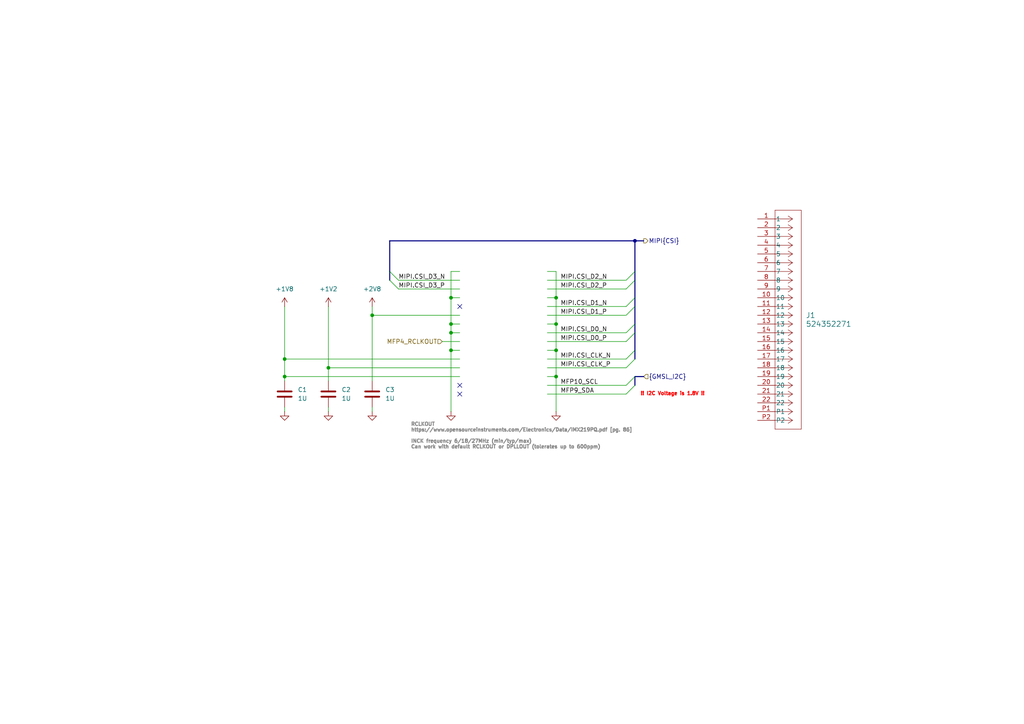
<source format=kicad_sch>
(kicad_sch (version 20231120) (generator "eeschema") (generator_version "8.0")
  (paper "A4")
  (lib_symbols
    (symbol "Device:C" (pin_numbers hide) (pin_names (offset 0.254))
      (property "Reference" "C" (at 0.635 2.54 0))
      (property "Value" "C" (at 0.635 -2.54 0))
      (symbol "C_0_1"
        (polyline (pts (xy -2.032 -0.762) (xy 2.032 -0.762)) (stroke (width 0.508)))
        (polyline (pts (xy -2.032 0.762) (xy 2.032 0.762)) (stroke (width 0.508)))
      )
      (symbol "C_1_1"
        (pin passive line (at 0 3.81 270) (length 2.794) (name "~") (number "1"))
        (pin passive line (at 0 -3.81 90) (length 2.794) (name "~") (number "2"))
      )
    )
    (symbol "power:+1V2" (power) (pin_numbers hide) (pin_names (offset 0) hide)
      (property "Value" "+1V2" (at 0 3.556 0))
      (symbol "+1V2_0_1"
        (polyline (pts (xy -0.762 1.27) (xy 0 2.54)))
        (polyline (pts (xy 0 0) (xy 0 2.54)))
        (polyline (pts (xy 0 2.54) (xy 0.762 1.27)))
      )
      (symbol "+1V2_1_1"
        (pin power_in line (at 0 0 90) (length 0) (name "~") (number "1"))
      )
    )
    (symbol "power:+1V8" (power) (pin_numbers hide) (pin_names (offset 0) hide)
      (property "Value" "+1V8" (at 0 3.556 0))
      (symbol "+1V8_0_1"
        (polyline (pts (xy -0.762 1.27) (xy 0 2.54)))
        (polyline (pts (xy 0 0) (xy 0 2.54)))
        (polyline (pts (xy 0 2.54) (xy 0.762 1.27)))
      )
      (symbol "+1V8_1_1"
        (pin power_in line (at 0 0 90) (length 0) (name "~") (number "1"))
      )
    )
    (symbol "power:+2V8" (power) (pin_numbers hide) (pin_names (offset 0) hide)
      (property "Value" "+2V8" (at 0 3.556 0))
      (symbol "+2V8_0_1"
        (polyline (pts (xy -0.762 1.27) (xy 0 2.54)))
        (polyline (pts (xy 0 0) (xy 0 2.54)))
        (polyline (pts (xy 0 2.54) (xy 0.762 1.27)))
      )
      (symbol "+2V8_1_1"
        (pin power_in line (at 0 0 90) (length 0) (name "~") (number "1"))
      )
    )
    (symbol "power:GND" (power) (pin_numbers hide) (pin_names (offset 0) hide)
      (property "Value" "GND" (at 0 -3.81 0))
      (symbol "GND_0_1"
        (polyline (pts (xy 0 0) (xy 0 -1.27) (xy 1.27 -1.27) (xy 0 -2.54) (xy -1.27 -1.27) (xy 0 -1.27)))
      )
      (symbol "GND_1_1"
        (pin power_in line (at 0 0 270) (length 0) (name "~") (number "1"))
      )
    )
    (symbol "user:524352271" (pin_names (offset 0.254))
      (property "Reference" "J" (at 8.89 6.35 0))
      (property "Value" "524352271" (at 0 0 0))
      (symbol "524352271_1_1"
        (polyline (pts (xy 5.08 -60.96) (xy 12.7 -60.96)) (stroke (width 0.127)))
        (polyline (pts (xy 5.08 2.54) (xy 5.08 -60.96)) (stroke (width 0.127)))
        (polyline (pts (xy 10.16 -58.42) (xy 5.08 -58.42)) (stroke (width 0.127)))
        (polyline (pts (xy 10.16 -58.42) (xy 8.89 -59.2667)) (stroke (width 0.127)))
        (polyline (pts (xy 10.16 -58.42) (xy 8.89 -57.5733)) (stroke (width 0.127)))
        (polyline (pts (xy 10.16 -55.88) (xy 5.08 -55.88)) (stroke (width 0.127)))
        (polyline (pts (xy 10.16 -55.88) (xy 8.89 -56.7267)) (stroke (width 0.127)))
        (polyline (pts (xy 10.16 -55.88) (xy 8.89 -55.0333)) (stroke (width 0.127)))
        (polyline (pts (xy 10.16 -53.34) (xy 5.08 -53.34)) (stroke (width 0.127)))
        (polyline (pts (xy 10.16 -53.34) (xy 8.89 -54.1867)) (stroke (width 0.127)))
        (polyline (pts (xy 10.16 -53.34) (xy 8.89 -52.4933)) (stroke (width 0.127)))
        (polyline (pts (xy 10.16 -50.8) (xy 5.08 -50.8)) (stroke (width 0.127)))
        (polyline (pts (xy 10.16 -50.8) (xy 8.89 -51.6467)) (stroke (width 0.127)))
        (polyline (pts (xy 10.16 -50.8) (xy 8.89 -49.9533)) (stroke (width 0.127)))
        (polyline (pts (xy 10.16 -48.26) (xy 5.08 -48.26)) (stroke (width 0.127)))
        (polyline (pts (xy 10.16 -48.26) (xy 8.89 -49.1067)) (stroke (width 0.127)))
        (polyline (pts (xy 10.16 -48.26) (xy 8.89 -47.4133)) (stroke (width 0.127)))
        (polyline (pts (xy 10.16 -45.72) (xy 5.08 -45.72)) (stroke (width 0.127)))
        (polyline (pts (xy 10.16 -45.72) (xy 8.89 -46.5667)) (stroke (width 0.127)))
        (polyline (pts (xy 10.16 -45.72) (xy 8.89 -44.8733)) (stroke (width 0.127)))
        (polyline (pts (xy 10.16 -43.18) (xy 5.08 -43.18)) (stroke (width 0.127)))
        (polyline (pts (xy 10.16 -43.18) (xy 8.89 -44.0267)) (stroke (width 0.127)))
        (polyline (pts (xy 10.16 -43.18) (xy 8.89 -42.3333)) (stroke (width 0.127)))
        (polyline (pts (xy 10.16 -40.64) (xy 5.08 -40.64)) (stroke (width 0.127)))
        (polyline (pts (xy 10.16 -40.64) (xy 8.89 -41.4867)) (stroke (width 0.127)))
        (polyline (pts (xy 10.16 -40.64) (xy 8.89 -39.7933)) (stroke (width 0.127)))
        (polyline (pts (xy 10.16 -38.1) (xy 5.08 -38.1)) (stroke (width 0.127)))
        (polyline (pts (xy 10.16 -38.1) (xy 8.89 -38.9467)) (stroke (width 0.127)))
        (polyline (pts (xy 10.16 -38.1) (xy 8.89 -37.2533)) (stroke (width 0.127)))
        (polyline (pts (xy 10.16 -35.56) (xy 5.08 -35.56)) (stroke (width 0.127)))
        (polyline (pts (xy 10.16 -35.56) (xy 8.89 -36.4067)) (stroke (width 0.127)))
        (polyline (pts (xy 10.16 -35.56) (xy 8.89 -34.7133)) (stroke (width 0.127)))
        (polyline (pts (xy 10.16 -33.02) (xy 5.08 -33.02)) (stroke (width 0.127)))
        (polyline (pts (xy 10.16 -33.02) (xy 8.89 -33.8667)) (stroke (width 0.127)))
        (polyline (pts (xy 10.16 -33.02) (xy 8.89 -32.1733)) (stroke (width 0.127)))
        (polyline (pts (xy 10.16 -30.48) (xy 5.08 -30.48)) (stroke (width 0.127)))
        (polyline (pts (xy 10.16 -30.48) (xy 8.89 -31.3267)) (stroke (width 0.127)))
        (polyline (pts (xy 10.16 -30.48) (xy 8.89 -29.6333)) (stroke (width 0.127)))
        (polyline (pts (xy 10.16 -27.94) (xy 5.08 -27.94)) (stroke (width 0.127)))
        (polyline (pts (xy 10.16 -27.94) (xy 8.89 -28.7867)) (stroke (width 0.127)))
        (polyline (pts (xy 10.16 -27.94) (xy 8.89 -27.0933)) (stroke (width 0.127)))
        (polyline (pts (xy 10.16 -25.4) (xy 5.08 -25.4)) (stroke (width 0.127)))
        (polyline (pts (xy 10.16 -25.4) (xy 8.89 -26.2467)) (stroke (width 0.127)))
        (polyline (pts (xy 10.16 -25.4) (xy 8.89 -24.5533)) (stroke (width 0.127)))
        (polyline (pts (xy 10.16 -22.86) (xy 5.08 -22.86)) (stroke (width 0.127)))
        (polyline (pts (xy 10.16 -22.86) (xy 8.89 -23.7067)) (stroke (width 0.127)))
        (polyline (pts (xy 10.16 -22.86) (xy 8.89 -22.0133)) (stroke (width 0.127)))
        (polyline (pts (xy 10.16 -20.32) (xy 5.08 -20.32)) (stroke (width 0.127)))
        (polyline (pts (xy 10.16 -20.32) (xy 8.89 -21.1667)) (stroke (width 0.127)))
        (polyline (pts (xy 10.16 -20.32) (xy 8.89 -19.4733)) (stroke (width 0.127)))
        (polyline (pts (xy 10.16 -17.78) (xy 5.08 -17.78)) (stroke (width 0.127)))
        (polyline (pts (xy 10.16 -17.78) (xy 8.89 -18.6267)) (stroke (width 0.127)))
        (polyline (pts (xy 10.16 -17.78) (xy 8.89 -16.9333)) (stroke (width 0.127)))
        (polyline (pts (xy 10.16 -15.24) (xy 5.08 -15.24)) (stroke (width 0.127)))
        (polyline (pts (xy 10.16 -15.24) (xy 8.89 -16.0867)) (stroke (width 0.127)))
        (polyline (pts (xy 10.16 -15.24) (xy 8.89 -14.3933)) (stroke (width 0.127)))
        (polyline (pts (xy 10.16 -12.7) (xy 5.08 -12.7)) (stroke (width 0.127)))
        (polyline (pts (xy 10.16 -12.7) (xy 8.89 -13.5467)) (stroke (width 0.127)))
        (polyline (pts (xy 10.16 -12.7) (xy 8.89 -11.8533)) (stroke (width 0.127)))
        (polyline (pts (xy 10.16 -10.16) (xy 5.08 -10.16)) (stroke (width 0.127)))
        (polyline (pts (xy 10.16 -10.16) (xy 8.89 -11.0067)) (stroke (width 0.127)))
        (polyline (pts (xy 10.16 -10.16) (xy 8.89 -9.3133)) (stroke (width 0.127)))
        (polyline (pts (xy 10.16 -7.62) (xy 5.08 -7.62)) (stroke (width 0.127)))
        (polyline (pts (xy 10.16 -7.62) (xy 8.89 -8.4667)) (stroke (width 0.127)))
        (polyline (pts (xy 10.16 -7.62) (xy 8.89 -6.7733)) (stroke (width 0.127)))
        (polyline (pts (xy 10.16 -5.08) (xy 5.08 -5.08)) (stroke (width 0.127)))
        (polyline (pts (xy 10.16 -5.08) (xy 8.89 -5.9267)) (stroke (width 0.127)))
        (polyline (pts (xy 10.16 -5.08) (xy 8.89 -4.2333)) (stroke (width 0.127)))
        (polyline (pts (xy 10.16 -2.54) (xy 5.08 -2.54)) (stroke (width 0.127)))
        (polyline (pts (xy 10.16 -2.54) (xy 8.89 -3.3867)) (stroke (width 0.127)))
        (polyline (pts (xy 10.16 -2.54) (xy 8.89 -1.6933)) (stroke (width 0.127)))
        (polyline (pts (xy 10.16 0) (xy 5.08 0)) (stroke (width 0.127)))
        (polyline (pts (xy 10.16 0) (xy 8.89 -0.8467)) (stroke (width 0.127)))
        (polyline (pts (xy 10.16 0) (xy 8.89 0.8467)) (stroke (width 0.127)))
        (polyline (pts (xy 12.7 -60.96) (xy 12.7 2.54)) (stroke (width 0.127)))
        (polyline (pts (xy 12.7 2.54) (xy 5.08 2.54)) (stroke (width 0.127)))
        (pin unspecified line (at 0 0 0) (length 5.08) (name "1") (number "1"))
        (pin unspecified line (at 0 -22.86 0) (length 5.08) (name "10") (number "10"))
        (pin unspecified line (at 0 -25.4 0) (length 5.08) (name "11") (number "11"))
        (pin unspecified line (at 0 -27.94 0) (length 5.08) (name "12") (number "12"))
        (pin unspecified line (at 0 -30.48 0) (length 5.08) (name "13") (number "13"))
        (pin unspecified line (at 0 -33.02 0) (length 5.08) (name "14") (number "14"))
        (pin unspecified line (at 0 -35.56 0) (length 5.08) (name "15") (number "15"))
        (pin unspecified line (at 0 -38.1 0) (length 5.08) (name "16") (number "16"))
        (pin unspecified line (at 0 -40.64 0) (length 5.08) (name "17") (number "17"))
        (pin unspecified line (at 0 -43.18 0) (length 5.08) (name "18") (number "18"))
        (pin unspecified line (at 0 -45.72 0) (length 5.08) (name "19") (number "19"))
        (pin unspecified line (at 0 -2.54 0) (length 5.08) (name "2") (number "2"))
        (pin unspecified line (at 0 -48.26 0) (length 5.08) (name "20") (number "20"))
        (pin unspecified line (at 0 -50.8 0) (length 5.08) (name "21") (number "21"))
        (pin unspecified line (at 0 -53.34 0) (length 5.08) (name "22") (number "22"))
        (pin unspecified line (at 0 -5.08 0) (length 5.08) (name "3") (number "3"))
        (pin unspecified line (at 0 -7.62 0) (length 5.08) (name "4") (number "4"))
        (pin unspecified line (at 0 -10.16 0) (length 5.08) (name "5") (number "5"))
        (pin unspecified line (at 0 -12.7 0) (length 5.08) (name "6") (number "6"))
        (pin unspecified line (at 0 -15.24 0) (length 5.08) (name "7") (number "7"))
        (pin unspecified line (at 0 -17.78 0) (length 5.08) (name "8") (number "8"))
        (pin unspecified line (at 0 -20.32 0) (length 5.08) (name "9") (number "9"))
        (pin unspecified line (at 0 -55.88 0) (length 5.08) (name "P1") (number "P1"))
        (pin unspecified line (at 0 -58.42 0) (length 5.08) (name "P2") (number "P2"))
      )
      (symbol "524352271_1_2"
        (polyline (pts (xy 5.08 -60.96) (xy 12.7 -60.96)) (stroke (width 0.127)))
        (polyline (pts (xy 5.08 2.54) (xy 5.08 -60.96)) (stroke (width 0.127)))
        (polyline (pts (xy 7.62 -58.42) (xy 5.08 -58.42)) (stroke (width 0.127)))
        (polyline (pts (xy 7.62 -58.42) (xy 8.89 -59.2667)) (stroke (width 0.127)))
        (polyline (pts (xy 7.62 -58.42) (xy 8.89 -57.5733)) (stroke (width 0.127)))
        (polyline (pts (xy 7.62 -55.88) (xy 5.08 -55.88)) (stroke (width 0.127)))
        (polyline (pts (xy 7.62 -55.88) (xy 8.89 -56.7267)) (stroke (width 0.127)))
        (polyline (pts (xy 7.62 -55.88) (xy 8.89 -55.0333)) (stroke (width 0.127)))
        (polyline (pts (xy 7.62 -53.34) (xy 5.08 -53.34)) (stroke (width 0.127)))
        (polyline (pts (xy 7.62 -53.34) (xy 8.89 -54.1867)) (stroke (width 0.127)))
        (polyline (pts (xy 7.62 -53.34) (xy 8.89 -52.4933)) (stroke (width 0.127)))
        (polyline (pts (xy 7.62 -50.8) (xy 5.08 -50.8)) (stroke (width 0.127)))
        (polyline (pts (xy 7.62 -50.8) (xy 8.89 -51.6467)) (stroke (width 0.127)))
        (polyline (pts (xy 7.62 -50.8) (xy 8.89 -49.9533)) (stroke (width 0.127)))
        (polyline (pts (xy 7.62 -48.26) (xy 5.08 -48.26)) (stroke (width 0.127)))
        (polyline (pts (xy 7.62 -48.26) (xy 8.89 -49.1067)) (stroke (width 0.127)))
        (polyline (pts (xy 7.62 -48.26) (xy 8.89 -47.4133)) (stroke (width 0.127)))
        (polyline (pts (xy 7.62 -45.72) (xy 5.08 -45.72)) (stroke (width 0.127)))
        (polyline (pts (xy 7.62 -45.72) (xy 8.89 -46.5667)) (stroke (width 0.127)))
        (polyline (pts (xy 7.62 -45.72) (xy 8.89 -44.8733)) (stroke (width 0.127)))
        (polyline (pts (xy 7.62 -43.18) (xy 5.08 -43.18)) (stroke (width 0.127)))
        (polyline (pts (xy 7.62 -43.18) (xy 8.89 -44.0267)) (stroke (width 0.127)))
        (polyline (pts (xy 7.62 -43.18) (xy 8.89 -42.3333)) (stroke (width 0.127)))
        (polyline (pts (xy 7.62 -40.64) (xy 5.08 -40.64)) (stroke (width 0.127)))
        (polyline (pts (xy 7.62 -40.64) (xy 8.89 -41.4867)) (stroke (width 0.127)))
        (polyline (pts (xy 7.62 -40.64) (xy 8.89 -39.7933)) (stroke (width 0.127)))
        (polyline (pts (xy 7.62 -38.1) (xy 5.08 -38.1)) (stroke (width 0.127)))
        (polyline (pts (xy 7.62 -38.1) (xy 8.89 -38.9467)) (stroke (width 0.127)))
        (polyline (pts (xy 7.62 -38.1) (xy 8.89 -37.2533)) (stroke (width 0.127)))
        (polyline (pts (xy 7.62 -35.56) (xy 5.08 -35.56)) (stroke (width 0.127)))
        (polyline (pts (xy 7.62 -35.56) (xy 8.89 -36.4067)) (stroke (width 0.127)))
        (polyline (pts (xy 7.62 -35.56) (xy 8.89 -34.7133)) (stroke (width 0.127)))
        (polyline (pts (xy 7.62 -33.02) (xy 5.08 -33.02)) (stroke (width 0.127)))
        (polyline (pts (xy 7.62 -33.02) (xy 8.89 -33.8667)) (stroke (width 0.127)))
        (polyline (pts (xy 7.62 -33.02) (xy 8.89 -32.1733)) (stroke (width 0.127)))
        (polyline (pts (xy 7.62 -30.48) (xy 5.08 -30.48)) (stroke (width 0.127)))
        (polyline (pts (xy 7.62 -30.48) (xy 8.89 -31.3267)) (stroke (width 0.127)))
        (polyline (pts (xy 7.62 -30.48) (xy 8.89 -29.6333)) (stroke (width 0.127)))
        (polyline (pts (xy 7.62 -27.94) (xy 5.08 -27.94)) (stroke (width 0.127)))
        (polyline (pts (xy 7.62 -27.94) (xy 8.89 -28.7867)) (stroke (width 0.127)))
        (polyline (pts (xy 7.62 -27.94) (xy 8.89 -27.0933)) (stroke (width 0.127)))
        (polyline (pts (xy 7.62 -25.4) (xy 5.08 -25.4)) (stroke (width 0.127)))
        (polyline (pts (xy 7.62 -25.4) (xy 8.89 -26.2467)) (stroke (width 0.127)))
        (polyline (pts (xy 7.62 -25.4) (xy 8.89 -24.5533)) (stroke (width 0.127)))
        (polyline (pts (xy 7.62 -22.86) (xy 5.08 -22.86)) (stroke (width 0.127)))
        (polyline (pts (xy 7.62 -22.86) (xy 8.89 -23.7067)) (stroke (width 0.127)))
        (polyline (pts (xy 7.62 -22.86) (xy 8.89 -22.0133)) (stroke (width 0.127)))
        (polyline (pts (xy 7.62 -20.32) (xy 5.08 -20.32)) (stroke (width 0.127)))
        (polyline (pts (xy 7.62 -20.32) (xy 8.89 -21.1667)) (stroke (width 0.127)))
        (polyline (pts (xy 7.62 -20.32) (xy 8.89 -19.4733)) (stroke (width 0.127)))
        (polyline (pts (xy 7.62 -17.78) (xy 5.08 -17.78)) (stroke (width 0.127)))
        (polyline (pts (xy 7.62 -17.78) (xy 8.89 -18.6267)) (stroke (width 0.127)))
        (polyline (pts (xy 7.62 -17.78) (xy 8.89 -16.9333)) (stroke (width 0.127)))
        (polyline (pts (xy 7.62 -15.24) (xy 5.08 -15.24)) (stroke (width 0.127)))
        (polyline (pts (xy 7.62 -15.24) (xy 8.89 -16.0867)) (stroke (width 0.127)))
        (polyline (pts (xy 7.62 -15.24) (xy 8.89 -14.3933)) (stroke (width 0.127)))
        (polyline (pts (xy 7.62 -12.7) (xy 5.08 -12.7)) (stroke (width 0.127)))
        (polyline (pts (xy 7.62 -12.7) (xy 8.89 -13.5467)) (stroke (width 0.127)))
        (polyline (pts (xy 7.62 -12.7) (xy 8.89 -11.8533)) (stroke (width 0.127)))
        (polyline (pts (xy 7.62 -10.16) (xy 5.08 -10.16)) (stroke (width 0.127)))
        (polyline (pts (xy 7.62 -10.16) (xy 8.89 -11.0067)) (stroke (width 0.127)))
        (polyline (pts (xy 7.62 -10.16) (xy 8.89 -9.3133)) (stroke (width 0.127)))
        (polyline (pts (xy 7.62 -7.62) (xy 5.08 -7.62)) (stroke (width 0.127)))
        (polyline (pts (xy 7.62 -7.62) (xy 8.89 -8.4667)) (stroke (width 0.127)))
        (polyline (pts (xy 7.62 -7.62) (xy 8.89 -6.7733)) (stroke (width 0.127)))
        (polyline (pts (xy 7.62 -5.08) (xy 5.08 -5.08)) (stroke (width 0.127)))
        (polyline (pts (xy 7.62 -5.08) (xy 8.89 -5.9267)) (stroke (width 0.127)))
        (polyline (pts (xy 7.62 -5.08) (xy 8.89 -4.2333)) (stroke (width 0.127)))
        (polyline (pts (xy 7.62 -2.54) (xy 5.08 -2.54)) (stroke (width 0.127)))
        (polyline (pts (xy 7.62 -2.54) (xy 8.89 -3.3867)) (stroke (width 0.127)))
        (polyline (pts (xy 7.62 -2.54) (xy 8.89 -1.6933)) (stroke (width 0.127)))
        (polyline (pts (xy 7.62 0) (xy 5.08 0)) (stroke (width 0.127)))
        (polyline (pts (xy 7.62 0) (xy 8.89 -0.8467)) (stroke (width 0.127)))
        (polyline (pts (xy 7.62 0) (xy 8.89 0.8467)) (stroke (width 0.127)))
        (polyline (pts (xy 12.7 -60.96) (xy 12.7 2.54)) (stroke (width 0.127)))
        (polyline (pts (xy 12.7 2.54) (xy 5.08 2.54)) (stroke (width 0.127)))
        (pin unspecified line (at 0 0 0) (length 5.08) (name "1") (number "1"))
        (pin unspecified line (at 0 -22.86 0) (length 5.08) (name "10") (number "10"))
        (pin unspecified line (at 0 -25.4 0) (length 5.08) (name "11") (number "11"))
        (pin unspecified line (at 0 -27.94 0) (length 5.08) (name "12") (number "12"))
        (pin unspecified line (at 0 -30.48 0) (length 5.08) (name "13") (number "13"))
        (pin unspecified line (at 0 -33.02 0) (length 5.08) (name "14") (number "14"))
        (pin unspecified line (at 0 -35.56 0) (length 5.08) (name "15") (number "15"))
        (pin unspecified line (at 0 -38.1 0) (length 5.08) (name "16") (number "16"))
        (pin unspecified line (at 0 -40.64 0) (length 5.08) (name "17") (number "17"))
        (pin unspecified line (at 0 -43.18 0) (length 5.08) (name "18") (number "18"))
        (pin unspecified line (at 0 -45.72 0) (length 5.08) (name "19") (number "19"))
        (pin unspecified line (at 0 -2.54 0) (length 5.08) (name "2") (number "2"))
        (pin unspecified line (at 0 -48.26 0) (length 5.08) (name "20") (number "20"))
        (pin unspecified line (at 0 -50.8 0) (length 5.08) (name "21") (number "21"))
        (pin unspecified line (at 0 -53.34 0) (length 5.08) (name "22") (number "22"))
        (pin unspecified line (at 0 -5.08 0) (length 5.08) (name "3") (number "3"))
        (pin unspecified line (at 0 -7.62 0) (length 5.08) (name "4") (number "4"))
        (pin unspecified line (at 0 -10.16 0) (length 5.08) (name "5") (number "5"))
        (pin unspecified line (at 0 -12.7 0) (length 5.08) (name "6") (number "6"))
        (pin unspecified line (at 0 -15.24 0) (length 5.08) (name "7") (number "7"))
        (pin unspecified line (at 0 -17.78 0) (length 5.08) (name "8") (number "8"))
        (pin unspecified line (at 0 -20.32 0) (length 5.08) (name "9") (number "9"))
        (pin unspecified line (at 0 -55.88 0) (length 5.08) (name "P1") (number "P1"))
        (pin unspecified line (at 0 -58.42 0) (length 5.08) (name "P2") (number "P2"))
      )
    )
  )
  (bus_alias "GMSL_I2C" (members "MFP10_SCL" "MFP9_SDA"))
  (junction (at 130.81 96.52))
  (junction (at 107.95 91.44))
  (junction (at 161.29 86.36))
  (junction (at 161.29 93.98))
  (junction (at 130.81 86.36))
  (junction (at 82.55 104.14))
  (junction (at 82.55 109.22))
  (junction (at 130.81 101.6))
  (junction (at 161.29 101.6))
  (junction (at 130.81 93.98))
  (junction (at 184.15 69.85))
  (junction (at 95.25 106.68))
  (junction (at 161.29 109.22))
  (no_connect (at 133.35 111.76))
  (no_connect (at 133.35 88.9))
  (no_connect (at 133.35 114.3))
  (bus_entry (at 184.15 109.22) (size -2.54 2.54))
  (bus_entry (at 184.15 81.28) (size -2.54 2.54))
  (bus_entry (at 184.15 101.6) (size -2.54 2.54))
  (bus_entry (at 113.03 81.28) (size 2.54 2.54))
  (bus_entry (at 184.15 111.76) (size -2.54 2.54))
  (bus_entry (at 184.15 93.98) (size -2.54 2.54))
  (bus_entry (at 184.15 104.14) (size -2.54 2.54))
  (bus_entry (at 184.15 86.36) (size -2.54 2.54))
  (bus_entry (at 113.03 78.74) (size 2.54 2.54))
  (bus_entry (at 184.15 78.74) (size -2.54 2.54))
  (bus_entry (at 184.15 96.52) (size -2.54 2.54))
  (bus_entry (at 184.15 88.9) (size -2.54 2.54))
  (wire (pts (xy 158.75 114.3) (xy 181.61 114.3)))
  (wire (pts (xy 130.81 96.52) (xy 130.81 101.6)))
  (bus (pts (xy 113.03 69.85) (xy 184.15 69.85)))
  (wire (pts (xy 95.25 106.68) (xy 133.35 106.68)))
  (wire (pts (xy 158.75 106.68) (xy 181.61 106.68)))
  (wire (pts (xy 82.55 109.22) (xy 82.55 104.14)))
  (bus (pts (xy 184.15 81.28) (xy 184.15 86.36)))
  (wire (pts (xy 130.81 96.52) (xy 133.35 96.52)))
  (wire (pts (xy 130.81 78.74) (xy 130.81 86.36)))
  (wire (pts (xy 130.81 86.36) (xy 130.81 93.98)))
  (bus (pts (xy 184.15 109.22) (xy 184.15 111.76)))
  (wire (pts (xy 82.55 109.22) (xy 82.55 110.49)))
  (wire (pts (xy 82.55 88.9) (xy 82.55 104.14)))
  (wire (pts (xy 161.29 93.98) (xy 161.29 101.6)))
  (wire (pts (xy 95.25 106.68) (xy 95.25 110.49)))
  (wire (pts (xy 82.55 119.38) (xy 82.55 118.11)))
  (wire (pts (xy 130.81 86.36) (xy 133.35 86.36)))
  (bus (pts (xy 184.15 86.36) (xy 184.15 88.9)))
  (bus (pts (xy 184.15 78.74) (xy 184.15 81.28)))
  (bus (pts (xy 113.03 69.85) (xy 113.03 78.74)))
  (wire (pts (xy 107.95 119.38) (xy 107.95 118.11)))
  (bus (pts (xy 113.03 78.74) (xy 113.03 81.28)))
  (wire (pts (xy 130.81 101.6) (xy 130.81 119.38)))
  (wire (pts (xy 161.29 109.22) (xy 161.29 119.38)))
  (wire (pts (xy 128.27 99.06) (xy 133.35 99.06)))
  (bus (pts (xy 186.69 69.85) (xy 184.15 69.85)))
  (wire (pts (xy 130.81 93.98) (xy 130.81 96.52)))
  (bus (pts (xy 186.69 109.22) (xy 184.15 109.22)))
  (wire (pts (xy 158.75 96.52) (xy 181.61 96.52)))
  (bus (pts (xy 184.15 93.98) (xy 184.15 96.52)))
  (wire (pts (xy 158.75 111.76) (xy 181.61 111.76)))
  (wire (pts (xy 130.81 78.74) (xy 133.35 78.74)))
  (bus (pts (xy 184.15 96.52) (xy 184.15 101.6)))
  (wire (pts (xy 158.75 81.28) (xy 181.61 81.28)))
  (wire (pts (xy 82.55 109.22) (xy 133.35 109.22)))
  (wire (pts (xy 158.75 99.06) (xy 181.61 99.06)))
  (wire (pts (xy 107.95 88.9) (xy 107.95 91.44)))
  (wire (pts (xy 130.81 93.98) (xy 133.35 93.98)))
  (wire (pts (xy 158.75 78.74) (xy 161.29 78.74)))
  (wire (pts (xy 95.25 88.9) (xy 95.25 106.68)))
  (bus (pts (xy 184.15 88.9) (xy 184.15 93.98)))
  (bus (pts (xy 184.15 69.85) (xy 184.15 78.74)))
  (wire (pts (xy 158.75 104.14) (xy 181.61 104.14)))
  (wire (pts (xy 158.75 86.36) (xy 161.29 86.36)))
  (bus (pts (xy 184.15 101.6) (xy 184.15 104.14)))
  (wire (pts (xy 158.75 101.6) (xy 161.29 101.6)))
  (wire (pts (xy 158.75 93.98) (xy 161.29 93.98)))
  (wire (pts (xy 161.29 78.74) (xy 161.29 86.36)))
  (wire (pts (xy 158.75 83.82) (xy 181.61 83.82)))
  (wire (pts (xy 161.29 101.6) (xy 161.29 109.22)))
  (wire (pts (xy 115.57 83.82) (xy 133.35 83.82)))
  (wire (pts (xy 130.81 101.6) (xy 133.35 101.6)))
  (wire (pts (xy 161.29 86.36) (xy 161.29 93.98)))
  (wire (pts (xy 115.57 81.28) (xy 133.35 81.28)))
  (wire (pts (xy 158.75 88.9) (xy 181.61 88.9)))
  (wire (pts (xy 107.95 91.44) (xy 107.95 110.49)))
  (wire (pts (xy 95.25 119.38) (xy 95.25 118.11)))
  (wire (pts (xy 82.55 104.14) (xy 133.35 104.14)))
  (wire (pts (xy 158.75 91.44) (xy 181.61 91.44)))
  (wire (pts (xy 107.95 91.44) (xy 133.35 91.44)))
  (wire (pts (xy 158.75 109.22) (xy 161.29 109.22)))
  (text "RCLKOUT\nhttps://www.opensourceinstruments.com/Electronics/Data/IMX219PQ.pdf [pg. 86]\n\nINCK frequency 6/18/27MHz (min/typ/max)\nCan work with default RCLKOUT or DPLLOUT (tolerates up to 600ppm)" (at 119.126 126.492 0) (effects (font (size 1.016 1.016) (thickness 0.254) (bold yes)) (justify left)))
  (text "!! I2C Voltage is 1.8V !!" (at 185.674 114.3 0) (effects (font (size 1.016 1.016) (thickness 0.254) (bold yes)) (justify left)))
  (label "MIPI.CSI_D3_N" (at 115.57 81.28 0))
  (label "MIPI.CSI_D3_P" (at 115.57 83.82 0))
  (label "MIPI.CSI_D0_P" (at 162.56 99.06 0))
  (label "MFP10_SCL" (at 162.56 111.76 0))
  (label "MFP9_SDA" (at 162.56 114.3 0))
  (label "MIPI.CSI_CLK_N" (at 162.56 104.14 0))
  (label "MIPI.CSI_D1_N" (at 162.56 88.9 0))
  (label "MIPI.CSI_D0_N" (at 162.56 96.52 0))
  (label "MIPI.CSI_D1_P" (at 162.56 91.44 0))
  (label "MIPI.CSI_CLK_P" (at 162.56 106.68 0))
  (label "MIPI.CSI_D2_N" (at 162.56 81.28 0))
  (label "MIPI.CSI_D2_P" (at 162.56 83.82 0))
  (hierarchical_label "MFP4_RCLKOUT" (shape input) (at 128.27 99.06 180))
  (hierarchical_label "MIPI{CSI}" (shape output) (at 186.69 69.85 0))
  (hierarchical_label "{GMSL_I2C}" (shape input) (at 186.69 109.22 0))
  (symbol (lib_id "power:GND") (at 161.29 119.38 0) (unit 1)
    (property "Reference" "#PWR09" (effects (hide yes)))
    (property "Value" "GND" (effects (hide yes)))
    (property "Description" "Power symbol creates a global label with name \"GND\" , ground" (effects (hide yes)))
  )
  (symbol (lib_id "power:+2V8") (at 107.95 88.9 0) (unit 1)
    (property "Reference" "#PWR06" (effects (hide yes)))
    (property "Value" "+2V8" (at 107.95 83.82 0))
    (property "Description" "Power symbol creates a global label with name \"+2V8\"" (effects (hide yes)))
  )
  (symbol (lib_id "power:GND") (at 107.95 119.38 0) (unit 1)
    (property "Reference" "#PWR07" (effects (hide yes)))
    (property "Value" "GND" (effects (hide yes)))
    (property "Description" "Power symbol creates a global label with name \"GND\" , ground" (effects (hide yes)))
  )
  (symbol (lib_id "power:GND") (at 95.25 119.38 0) (unit 1)
    (property "Reference" "#PWR05" (effects (hide yes)))
    (property "Value" "GND" (effects (hide yes)))
    (property "Description" "Power symbol creates a global label with name \"GND\" , ground" (effects (hide yes)))
  )
  (symbol (lib_id "user:524352271") (at 219.71 63.5 0) (unit 1)
    (property "Reference" "J1" (at 233.68 91.4399 0) (effects (font (size 1.524 1.524)) (justify left)))
    (property "Value" "524352271" (at 233.68 93.9799 0) (effects (font (size 1.524 1.524)) (justify left)))
    (property "Footprint" "user:CON_524352271_MOL" (effects (hide yes)))
    (property "Datasheet" "524352271" (effects (hide yes)))
  )
  (symbol (lib_id "power:+1V8") (at 82.55 88.9 0) (unit 1)
    (property "Reference" "#PWR02" (effects (hide yes)))
    (property "Value" "+1V8" (at 82.55 83.82 0))
    (property "Description" "Power symbol creates a global label with name \"+1V8\"" (effects (hide yes)))
  )
  (symbol (lib_id "power:GND") (at 130.81 119.38 0) (unit 1)
    (property "Reference" "#PWR08" (effects (hide yes)))
    (property "Value" "GND" (effects (hide yes)))
    (property "Description" "Power symbol creates a global label with name \"GND\" , ground" (effects (hide yes)))
  )
  (symbol (lib_id "Device:C") (at 82.55 114.3 0) (unit 1)
    (property "Reference" "C1" (at 86.36 113.0299 0) (effects (justify left)))
    (property "Value" "1U" (at 86.36 115.5699 0) (effects (justify left)))
    (property "Footprint" "Capacitor_SMD:C_0402_1005Metric" (effects (hide yes)))
    (property "Description" "Unpolarized capacitor" (effects (hide yes)))
  )
  (symbol (lib_id "Device:C") (at 95.25 114.3 0) (unit 1)
    (property "Reference" "C2" (at 99.06 113.0299 0) (effects (justify left)))
    (property "Value" "1U" (at 99.06 115.5699 0) (effects (justify left)))
    (property "Footprint" "Capacitor_SMD:C_0402_1005Metric" (effects (hide yes)))
    (property "Description" "Unpolarized capacitor" (effects (hide yes)))
  )
  (symbol (lib_id "Device:C") (at 107.95 114.3 0) (unit 1)
    (property "Reference" "C3" (at 111.76 113.0299 0) (effects (justify left)))
    (property "Value" "1U" (at 111.76 115.5699 0) (effects (justify left)))
    (property "Footprint" "Capacitor_SMD:C_0402_1005Metric" (effects (hide yes)))
    (property "Description" "Unpolarized capacitor" (effects (hide yes)))
  )
  (symbol (lib_id "power:+1V2") (at 95.25 88.9 0) (unit 1)
    (property "Reference" "#PWR04" (effects (hide yes)))
    (property "Value" "+1V2" (at 95.25 83.82 0))
    (property "Description" "Power symbol creates a global label with name \"+1V2\"" (effects (hide yes)))
  )
  (symbol (lib_id "power:GND") (at 82.55 119.38 0) (unit 1)
    (property "Reference" "#PWR03" (effects (hide yes)))
    (property "Value" "GND" (effects (hide yes)))
    (property "Description" "Power symbol creates a global label with name \"GND\" , ground" (effects (hide yes)))
  )
)
</source>
